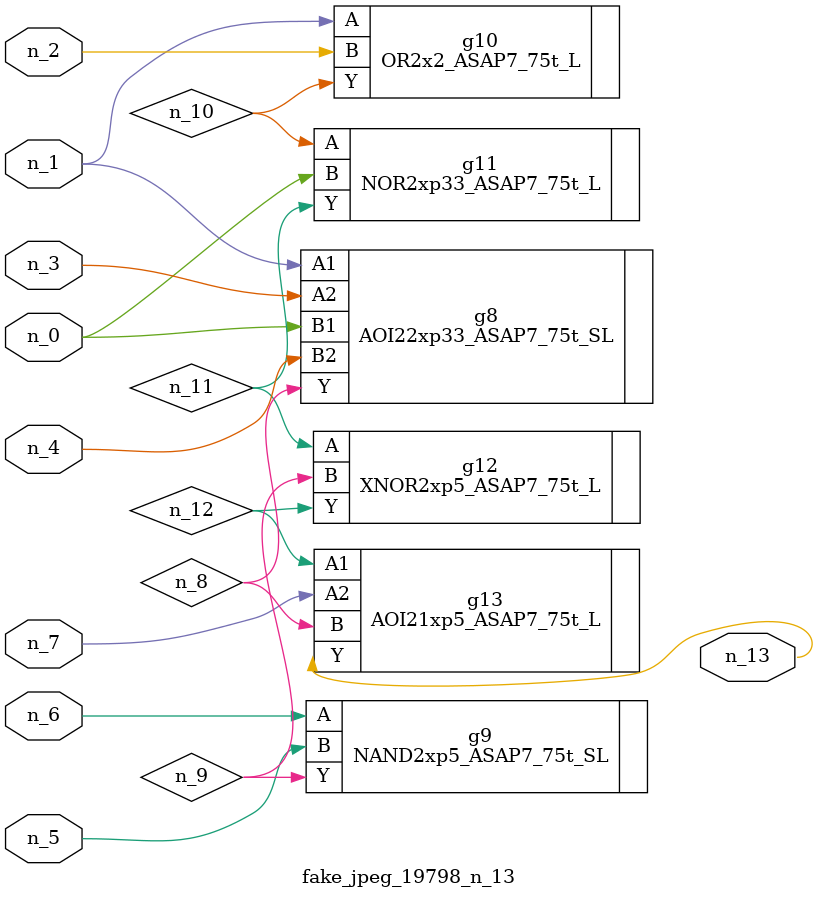
<source format=v>
module fake_jpeg_19798_n_13 (n_3, n_2, n_1, n_0, n_4, n_6, n_5, n_7, n_13);

input n_3;
input n_2;
input n_1;
input n_0;
input n_4;
input n_6;
input n_5;
input n_7;

output n_13;

wire n_11;
wire n_10;
wire n_12;
wire n_8;
wire n_9;

AOI22xp33_ASAP7_75t_SL g8 ( 
.A1(n_1),
.A2(n_3),
.B1(n_0),
.B2(n_4),
.Y(n_8)
);

NAND2xp5_ASAP7_75t_SL g9 ( 
.A(n_6),
.B(n_5),
.Y(n_9)
);

OR2x2_ASAP7_75t_L g10 ( 
.A(n_1),
.B(n_2),
.Y(n_10)
);

NOR2xp33_ASAP7_75t_L g11 ( 
.A(n_10),
.B(n_0),
.Y(n_11)
);

XNOR2xp5_ASAP7_75t_L g12 ( 
.A(n_11),
.B(n_9),
.Y(n_12)
);

AOI21xp5_ASAP7_75t_L g13 ( 
.A1(n_12),
.A2(n_7),
.B(n_8),
.Y(n_13)
);


endmodule
</source>
